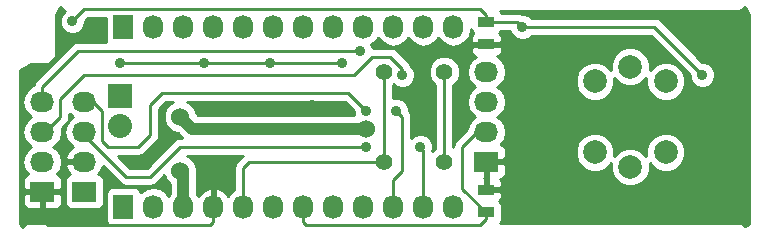
<source format=gbr>
G04 #@! TF.FileFunction,Copper,L2,Bot,Signal*
%FSLAX46Y46*%
G04 Gerber Fmt 4.6, Leading zero omitted, Abs format (unit mm)*
G04 Created by KiCad (PCBNEW (2014-10-31 BZR 5247)-product) date Sonntag, 14. Dezember 2014 16:47:01*
%MOMM*%
G01*
G04 APERTURE LIST*
%ADD10C,0.100000*%
%ADD11R,2.032000X2.032000*%
%ADD12O,2.032000X2.032000*%
%ADD13R,2.032000X1.727200*%
%ADD14O,2.032000X1.727200*%
%ADD15R,1.727200X2.032000*%
%ADD16O,1.727200X2.032000*%
%ADD17C,2.000000*%
%ADD18C,1.397000*%
%ADD19R,1.397000X0.889000*%
%ADD20C,0.889000*%
%ADD21C,1.524000*%
%ADD22C,0.254000*%
%ADD23C,1.016000*%
G04 APERTURE END LIST*
D10*
D11*
X138684000Y-143002000D03*
D12*
X138684000Y-145542000D03*
D13*
X135636000Y-151130000D03*
D14*
X135636000Y-148590000D03*
X135636000Y-146050000D03*
X135636000Y-143510000D03*
D13*
X132080000Y-151130000D03*
D14*
X132080000Y-148590000D03*
X132080000Y-146050000D03*
X132080000Y-143510000D03*
D15*
X138938000Y-152400000D03*
D16*
X141478000Y-152400000D03*
X144018000Y-152400000D03*
X146558000Y-152400000D03*
X149098000Y-152400000D03*
X151638000Y-152400000D03*
X154178000Y-152400000D03*
X156718000Y-152400000D03*
X159258000Y-152400000D03*
X161798000Y-152400000D03*
X164338000Y-152400000D03*
X166878000Y-152400000D03*
D15*
X138938000Y-137160000D03*
D16*
X141478000Y-137160000D03*
X144018000Y-137160000D03*
X146558000Y-137160000D03*
X149098000Y-137160000D03*
X151638000Y-137160000D03*
X154178000Y-137160000D03*
X156718000Y-137160000D03*
X159258000Y-137160000D03*
X161798000Y-137160000D03*
X164338000Y-137160000D03*
X166878000Y-137160000D03*
D17*
X181864000Y-149030000D03*
X181864000Y-140530000D03*
X184869000Y-147785000D03*
X178859000Y-147785000D03*
X178859000Y-141775000D03*
X184869000Y-141775000D03*
D18*
X161036000Y-140970000D03*
X166116000Y-140970000D03*
X161036000Y-148590000D03*
X166116000Y-148590000D03*
D13*
X169680000Y-148598000D03*
D14*
X169680000Y-146058000D03*
X169680000Y-143518000D03*
X169680000Y-140978000D03*
D19*
X169672000Y-138620500D03*
X169672000Y-136715500D03*
X169672000Y-150939500D03*
X169672000Y-152844500D03*
D20*
X154940000Y-143764000D03*
X167640000Y-139700000D03*
X157480000Y-144272000D03*
X141224000Y-148336000D03*
X146812000Y-149352000D03*
X146304000Y-144272000D03*
X157480000Y-140208000D03*
X151384000Y-140208000D03*
X145796000Y-140208000D03*
X138684000Y-140208000D03*
X134620000Y-136652000D03*
X172720000Y-137160000D03*
X187960000Y-141224000D03*
X159512000Y-147320000D03*
X164084000Y-147320000D03*
X162052000Y-144272000D03*
X159512000Y-144272000D03*
X162560000Y-141224000D03*
X159004000Y-139192000D03*
D21*
X143764000Y-149352000D03*
X143764000Y-144780000D03*
X159512000Y-145796000D03*
D22*
X169672000Y-138620500D02*
X168719500Y-138620500D01*
X167640000Y-139700000D02*
X168719500Y-138620500D01*
X155448000Y-144272000D02*
X157480000Y-144272000D01*
X155448000Y-144272000D02*
X154940000Y-143764000D01*
X146558000Y-152400000D02*
X146558000Y-153670000D01*
X132080000Y-153416000D02*
X132080000Y-151130000D01*
X132588000Y-153924000D02*
X132080000Y-153416000D01*
X146304000Y-153924000D02*
X132588000Y-153924000D01*
X146558000Y-153670000D02*
X146304000Y-153924000D01*
X170934000Y-148598000D02*
X171704000Y-147828000D01*
X171704000Y-147828000D02*
X171704000Y-139192000D01*
X171704000Y-139192000D02*
X171132500Y-138620500D01*
X171132500Y-138620500D02*
X169672000Y-138620500D01*
X169680000Y-148598000D02*
X170934000Y-148598000D01*
X151384000Y-140208000D02*
X157480000Y-140208000D01*
X145796000Y-140208000D02*
X151384000Y-140208000D01*
X138684000Y-140208000D02*
X145796000Y-140208000D01*
X169672000Y-136144000D02*
X169164000Y-135636000D01*
X169164000Y-135636000D02*
X135636000Y-135636000D01*
X135636000Y-135636000D02*
X134620000Y-136652000D01*
X169672000Y-136715500D02*
X169672000Y-136144000D01*
X172720000Y-137160000D02*
X183896000Y-137160000D01*
X172275500Y-136715500D02*
X169672000Y-136715500D01*
X172275500Y-136715500D02*
X172720000Y-137160000D01*
X187960000Y-141224000D02*
X183896000Y-137160000D01*
X135636000Y-146050000D02*
X135890000Y-146050000D01*
X139192000Y-149860000D02*
X141224000Y-149860000D01*
X141224000Y-149860000D02*
X143764000Y-147320000D01*
X143764000Y-147320000D02*
X159512000Y-147320000D01*
X164084000Y-147320000D02*
X164338000Y-147574000D01*
X164338000Y-147574000D02*
X164338000Y-152400000D01*
X135636000Y-146304000D02*
X139192000Y-149860000D01*
X135636000Y-146050000D02*
X135636000Y-146304000D01*
X159004000Y-143764000D02*
X159512000Y-144272000D01*
X161798000Y-152400000D02*
X161798000Y-150114000D01*
X162560000Y-149352000D02*
X161798000Y-150114000D01*
X162560000Y-144780000D02*
X162560000Y-149352000D01*
X162052000Y-144272000D02*
X162560000Y-144780000D01*
X157988000Y-142748000D02*
X159004000Y-143764000D01*
X142240000Y-142748000D02*
X157988000Y-142748000D01*
X141224000Y-143764000D02*
X142240000Y-142748000D01*
X141224000Y-146304000D02*
X141224000Y-143764000D01*
X140208000Y-147320000D02*
X141224000Y-146304000D01*
X137668000Y-147320000D02*
X140208000Y-147320000D01*
X137160000Y-146812000D02*
X137668000Y-147320000D01*
X137160000Y-144272000D02*
X137160000Y-146812000D01*
X136398000Y-143510000D02*
X137160000Y-144272000D01*
X135636000Y-143510000D02*
X136398000Y-143510000D01*
X132080000Y-146050000D02*
X132334000Y-146050000D01*
X133604000Y-144780000D02*
X133604000Y-143256000D01*
X132334000Y-146050000D02*
X133604000Y-144780000D01*
X161544000Y-139700000D02*
X162560000Y-140716000D01*
X160020000Y-139700000D02*
X161544000Y-139700000D01*
X158496000Y-141224000D02*
X160020000Y-139700000D01*
X141224000Y-141224000D02*
X158496000Y-141224000D01*
X135636000Y-141224000D02*
X141224000Y-141224000D01*
X133604000Y-143256000D02*
X135636000Y-141224000D01*
X162560000Y-141224000D02*
X162560000Y-140716000D01*
X132080000Y-143510000D02*
X132080000Y-142748000D01*
X132080000Y-143510000D02*
X132080000Y-142240000D01*
X135128000Y-139192000D02*
X159004000Y-139192000D01*
X132080000Y-142240000D02*
X135128000Y-139192000D01*
D23*
X144018000Y-149606000D02*
X143764000Y-149352000D01*
X143764000Y-144780000D02*
X144780000Y-145796000D01*
X144780000Y-145796000D02*
X159512000Y-145796000D01*
X144018000Y-152400000D02*
X144018000Y-149606000D01*
D22*
X161036000Y-148590000D02*
X161036000Y-140970000D01*
X155702000Y-148590000D02*
X161036000Y-148590000D01*
X149098000Y-149098000D02*
X149606000Y-148590000D01*
X149606000Y-148590000D02*
X161036000Y-148590000D01*
X149098000Y-152400000D02*
X149098000Y-149098000D01*
X169672000Y-153416000D02*
X169672000Y-152844500D01*
X168902000Y-146058000D02*
X169680000Y-146058000D01*
X167640000Y-150876000D02*
X167640000Y-147320000D01*
X167640000Y-147320000D02*
X168902000Y-146058000D01*
X169608500Y-152844500D02*
X167640000Y-150876000D01*
X169672000Y-152844500D02*
X169608500Y-152844500D01*
X154178000Y-153670000D02*
X154432000Y-153924000D01*
X154432000Y-153924000D02*
X169164000Y-153924000D01*
X154178000Y-152400000D02*
X154178000Y-153670000D01*
X169672000Y-153416000D02*
X169164000Y-153924000D01*
X169672000Y-152844500D02*
X169672000Y-153416000D01*
X166116000Y-140970000D02*
X166116000Y-148590000D01*
G36*
X142875000Y-151280297D02*
X142748000Y-151470365D01*
X142537670Y-151155585D01*
X142051489Y-150830729D01*
X141478000Y-150716655D01*
X140904511Y-150830729D01*
X140418330Y-151155585D01*
X140403499Y-151177780D01*
X140339927Y-151024302D01*
X140161299Y-150845673D01*
X139927910Y-150749000D01*
X139675291Y-150749000D01*
X137948091Y-150749000D01*
X137714702Y-150845673D01*
X137536073Y-151024301D01*
X137439400Y-151257690D01*
X137439400Y-151510309D01*
X137439400Y-153542309D01*
X137524185Y-153747000D01*
X133731000Y-153747000D01*
X133731000Y-152119909D01*
X133731000Y-151415750D01*
X133572250Y-151257000D01*
X132207000Y-151257000D01*
X132207000Y-152469850D01*
X132365750Y-152628600D01*
X132969691Y-152628600D01*
X133222310Y-152628600D01*
X133455699Y-152531927D01*
X133634327Y-152353298D01*
X133731000Y-152119909D01*
X133731000Y-153747000D01*
X131953000Y-153747000D01*
X131953000Y-152469850D01*
X131953000Y-151257000D01*
X130587750Y-151257000D01*
X130429000Y-151415750D01*
X130429000Y-152119909D01*
X130525673Y-152353298D01*
X130704301Y-152531927D01*
X130937690Y-152628600D01*
X131190309Y-152628600D01*
X131794250Y-152628600D01*
X131953000Y-152469850D01*
X131953000Y-153747000D01*
X131000000Y-153747000D01*
X130737862Y-153799143D01*
X130515632Y-153947632D01*
X130409730Y-154106125D01*
X130175000Y-153871395D01*
X130175000Y-140794490D01*
X131093981Y-140335000D01*
X132640605Y-140335000D01*
X133223000Y-139752605D01*
X133223000Y-136173981D01*
X133556805Y-135506368D01*
X133627632Y-135612368D01*
X133849862Y-135760857D01*
X133962314Y-135783225D01*
X133705378Y-136039714D01*
X133540687Y-136436332D01*
X133540313Y-136865784D01*
X133704311Y-137262689D01*
X134007714Y-137566622D01*
X134404332Y-137731313D01*
X134833784Y-137731687D01*
X135230689Y-137567689D01*
X135534622Y-137264286D01*
X135699313Y-136867668D01*
X135699502Y-136650127D01*
X135951630Y-136398000D01*
X137439400Y-136398000D01*
X137439400Y-138302309D01*
X137492291Y-138430000D01*
X135128000Y-138430000D01*
X134836395Y-138488004D01*
X134589185Y-138653185D01*
X131541185Y-141701185D01*
X131376004Y-141948395D01*
X131341564Y-142121535D01*
X131321766Y-142125474D01*
X130835585Y-142450330D01*
X130510729Y-142936511D01*
X130396655Y-143510000D01*
X130510729Y-144083489D01*
X130835585Y-144569670D01*
X131150365Y-144780000D01*
X130835585Y-144990330D01*
X130510729Y-145476511D01*
X130396655Y-146050000D01*
X130510729Y-146623489D01*
X130835585Y-147109670D01*
X131150365Y-147320000D01*
X130835585Y-147530330D01*
X130510729Y-148016511D01*
X130396655Y-148590000D01*
X130510729Y-149163489D01*
X130835585Y-149649670D01*
X130857779Y-149664499D01*
X130704301Y-149728073D01*
X130525673Y-149906702D01*
X130429000Y-150140091D01*
X130429000Y-150844250D01*
X130587750Y-151003000D01*
X131953000Y-151003000D01*
X131953000Y-150983000D01*
X132207000Y-150983000D01*
X132207000Y-151003000D01*
X133572250Y-151003000D01*
X133731000Y-150844250D01*
X133731000Y-150140091D01*
X133634327Y-149906702D01*
X133455699Y-149728073D01*
X133302220Y-149664499D01*
X133324415Y-149649670D01*
X133649271Y-149163489D01*
X133763345Y-148590000D01*
X133649271Y-148016511D01*
X133324415Y-147530330D01*
X133009634Y-147320000D01*
X133324415Y-147109670D01*
X133649271Y-146623489D01*
X133763345Y-146050000D01*
X133704991Y-145756638D01*
X134142815Y-145318816D01*
X134142815Y-145318815D01*
X134307996Y-145071605D01*
X134365999Y-144780000D01*
X134366000Y-144780000D01*
X134366000Y-144531379D01*
X134391585Y-144569670D01*
X134706365Y-144780000D01*
X134391585Y-144990330D01*
X134066729Y-145476511D01*
X133952655Y-146050000D01*
X134066729Y-146623489D01*
X134391585Y-147109670D01*
X134701069Y-147316460D01*
X134285268Y-147687964D01*
X134031291Y-148215209D01*
X134028642Y-148230974D01*
X134149783Y-148463000D01*
X135509000Y-148463000D01*
X135509000Y-148443000D01*
X135763000Y-148443000D01*
X135763000Y-148463000D01*
X135783000Y-148463000D01*
X135783000Y-148717000D01*
X135763000Y-148717000D01*
X135763000Y-148737000D01*
X135509000Y-148737000D01*
X135509000Y-148717000D01*
X134149783Y-148717000D01*
X134028642Y-148949026D01*
X134031291Y-148964791D01*
X134285268Y-149492036D01*
X134457860Y-149646241D01*
X134260302Y-149728073D01*
X134081673Y-149906701D01*
X133985000Y-150140090D01*
X133985000Y-150392709D01*
X133985000Y-152119909D01*
X134081673Y-152353298D01*
X134260301Y-152531927D01*
X134493690Y-152628600D01*
X134746309Y-152628600D01*
X136778309Y-152628600D01*
X137011698Y-152531927D01*
X137190327Y-152353299D01*
X137287000Y-152119910D01*
X137287000Y-151867291D01*
X137287000Y-150140091D01*
X137190327Y-149906702D01*
X137011699Y-149728073D01*
X136814139Y-149646241D01*
X136986732Y-149492036D01*
X137233703Y-148979334D01*
X138653184Y-150398815D01*
X138653185Y-150398815D01*
X138900395Y-150563996D01*
X139192000Y-150622000D01*
X141224000Y-150622000D01*
X141224000Y-150621999D01*
X141515604Y-150563996D01*
X141515605Y-150563996D01*
X141762815Y-150398815D01*
X142415355Y-149746275D01*
X142578990Y-150142303D01*
X142875000Y-150438830D01*
X142875000Y-151280297D01*
X142875000Y-151280297D01*
G37*
X142875000Y-151280297D02*
X142748000Y-151470365D01*
X142537670Y-151155585D01*
X142051489Y-150830729D01*
X141478000Y-150716655D01*
X140904511Y-150830729D01*
X140418330Y-151155585D01*
X140403499Y-151177780D01*
X140339927Y-151024302D01*
X140161299Y-150845673D01*
X139927910Y-150749000D01*
X139675291Y-150749000D01*
X137948091Y-150749000D01*
X137714702Y-150845673D01*
X137536073Y-151024301D01*
X137439400Y-151257690D01*
X137439400Y-151510309D01*
X137439400Y-153542309D01*
X137524185Y-153747000D01*
X133731000Y-153747000D01*
X133731000Y-152119909D01*
X133731000Y-151415750D01*
X133572250Y-151257000D01*
X132207000Y-151257000D01*
X132207000Y-152469850D01*
X132365750Y-152628600D01*
X132969691Y-152628600D01*
X133222310Y-152628600D01*
X133455699Y-152531927D01*
X133634327Y-152353298D01*
X133731000Y-152119909D01*
X133731000Y-153747000D01*
X131953000Y-153747000D01*
X131953000Y-152469850D01*
X131953000Y-151257000D01*
X130587750Y-151257000D01*
X130429000Y-151415750D01*
X130429000Y-152119909D01*
X130525673Y-152353298D01*
X130704301Y-152531927D01*
X130937690Y-152628600D01*
X131190309Y-152628600D01*
X131794250Y-152628600D01*
X131953000Y-152469850D01*
X131953000Y-153747000D01*
X131000000Y-153747000D01*
X130737862Y-153799143D01*
X130515632Y-153947632D01*
X130409730Y-154106125D01*
X130175000Y-153871395D01*
X130175000Y-140794490D01*
X131093981Y-140335000D01*
X132640605Y-140335000D01*
X133223000Y-139752605D01*
X133223000Y-136173981D01*
X133556805Y-135506368D01*
X133627632Y-135612368D01*
X133849862Y-135760857D01*
X133962314Y-135783225D01*
X133705378Y-136039714D01*
X133540687Y-136436332D01*
X133540313Y-136865784D01*
X133704311Y-137262689D01*
X134007714Y-137566622D01*
X134404332Y-137731313D01*
X134833784Y-137731687D01*
X135230689Y-137567689D01*
X135534622Y-137264286D01*
X135699313Y-136867668D01*
X135699502Y-136650127D01*
X135951630Y-136398000D01*
X137439400Y-136398000D01*
X137439400Y-138302309D01*
X137492291Y-138430000D01*
X135128000Y-138430000D01*
X134836395Y-138488004D01*
X134589185Y-138653185D01*
X131541185Y-141701185D01*
X131376004Y-141948395D01*
X131341564Y-142121535D01*
X131321766Y-142125474D01*
X130835585Y-142450330D01*
X130510729Y-142936511D01*
X130396655Y-143510000D01*
X130510729Y-144083489D01*
X130835585Y-144569670D01*
X131150365Y-144780000D01*
X130835585Y-144990330D01*
X130510729Y-145476511D01*
X130396655Y-146050000D01*
X130510729Y-146623489D01*
X130835585Y-147109670D01*
X131150365Y-147320000D01*
X130835585Y-147530330D01*
X130510729Y-148016511D01*
X130396655Y-148590000D01*
X130510729Y-149163489D01*
X130835585Y-149649670D01*
X130857779Y-149664499D01*
X130704301Y-149728073D01*
X130525673Y-149906702D01*
X130429000Y-150140091D01*
X130429000Y-150844250D01*
X130587750Y-151003000D01*
X131953000Y-151003000D01*
X131953000Y-150983000D01*
X132207000Y-150983000D01*
X132207000Y-151003000D01*
X133572250Y-151003000D01*
X133731000Y-150844250D01*
X133731000Y-150140091D01*
X133634327Y-149906702D01*
X133455699Y-149728073D01*
X133302220Y-149664499D01*
X133324415Y-149649670D01*
X133649271Y-149163489D01*
X133763345Y-148590000D01*
X133649271Y-148016511D01*
X133324415Y-147530330D01*
X133009634Y-147320000D01*
X133324415Y-147109670D01*
X133649271Y-146623489D01*
X133763345Y-146050000D01*
X133704991Y-145756638D01*
X134142815Y-145318816D01*
X134142815Y-145318815D01*
X134307996Y-145071605D01*
X134365999Y-144780000D01*
X134366000Y-144780000D01*
X134366000Y-144531379D01*
X134391585Y-144569670D01*
X134706365Y-144780000D01*
X134391585Y-144990330D01*
X134066729Y-145476511D01*
X133952655Y-146050000D01*
X134066729Y-146623489D01*
X134391585Y-147109670D01*
X134701069Y-147316460D01*
X134285268Y-147687964D01*
X134031291Y-148215209D01*
X134028642Y-148230974D01*
X134149783Y-148463000D01*
X135509000Y-148463000D01*
X135509000Y-148443000D01*
X135763000Y-148443000D01*
X135763000Y-148463000D01*
X135783000Y-148463000D01*
X135783000Y-148717000D01*
X135763000Y-148717000D01*
X135763000Y-148737000D01*
X135509000Y-148737000D01*
X135509000Y-148717000D01*
X134149783Y-148717000D01*
X134028642Y-148949026D01*
X134031291Y-148964791D01*
X134285268Y-149492036D01*
X134457860Y-149646241D01*
X134260302Y-149728073D01*
X134081673Y-149906701D01*
X133985000Y-150140090D01*
X133985000Y-150392709D01*
X133985000Y-152119909D01*
X134081673Y-152353298D01*
X134260301Y-152531927D01*
X134493690Y-152628600D01*
X134746309Y-152628600D01*
X136778309Y-152628600D01*
X137011698Y-152531927D01*
X137190327Y-152353299D01*
X137287000Y-152119910D01*
X137287000Y-151867291D01*
X137287000Y-150140091D01*
X137190327Y-149906702D01*
X137011699Y-149728073D01*
X136814139Y-149646241D01*
X136986732Y-149492036D01*
X137233703Y-148979334D01*
X138653184Y-150398815D01*
X138653185Y-150398815D01*
X138900395Y-150563996D01*
X139192000Y-150622000D01*
X141224000Y-150622000D01*
X141224000Y-150621999D01*
X141515604Y-150563996D01*
X141515605Y-150563996D01*
X141762815Y-150398815D01*
X142415355Y-149746275D01*
X142578990Y-150142303D01*
X142875000Y-150438830D01*
X142875000Y-151280297D01*
G36*
X143925554Y-146558000D02*
X143764000Y-146558000D01*
X143472395Y-146616004D01*
X143225184Y-146781185D01*
X140908369Y-149098000D01*
X139507630Y-149098000D01*
X138491630Y-148082000D01*
X140208000Y-148082000D01*
X140208000Y-148081999D01*
X140499604Y-148023996D01*
X140499605Y-148023996D01*
X140746815Y-147858815D01*
X141762815Y-146842815D01*
X141927996Y-146595605D01*
X141927996Y-146595604D01*
X141985999Y-146304000D01*
X141986000Y-146304000D01*
X141986000Y-144079630D01*
X142555630Y-143510000D01*
X143179389Y-143510000D01*
X142973697Y-143594990D01*
X142580371Y-143987630D01*
X142367243Y-144500900D01*
X142366758Y-145056661D01*
X142578990Y-145570303D01*
X142971630Y-145963629D01*
X143484900Y-146176757D01*
X143544362Y-146176808D01*
X143925554Y-146558000D01*
X143925554Y-146558000D01*
G37*
X143925554Y-146558000D02*
X143764000Y-146558000D01*
X143472395Y-146616004D01*
X143225184Y-146781185D01*
X140908369Y-149098000D01*
X139507630Y-149098000D01*
X138491630Y-148082000D01*
X140208000Y-148082000D01*
X140208000Y-148081999D01*
X140499604Y-148023996D01*
X140499605Y-148023996D01*
X140746815Y-147858815D01*
X141762815Y-146842815D01*
X141927996Y-146595605D01*
X141927996Y-146595604D01*
X141985999Y-146304000D01*
X141986000Y-146304000D01*
X141986000Y-144079630D01*
X142555630Y-143510000D01*
X143179389Y-143510000D01*
X142973697Y-143594990D01*
X142580371Y-143987630D01*
X142367243Y-144500900D01*
X142366758Y-145056661D01*
X142578990Y-145570303D01*
X142971630Y-145963629D01*
X143484900Y-146176757D01*
X143544362Y-146176808D01*
X143925554Y-146558000D01*
G36*
X149036369Y-148082000D02*
X148559185Y-148559185D01*
X148394004Y-148806395D01*
X148336000Y-149098000D01*
X148336000Y-150956688D01*
X148038330Y-151155585D01*
X147831539Y-151465069D01*
X147460036Y-151049268D01*
X146932791Y-150795291D01*
X146917026Y-150792642D01*
X146685000Y-150913783D01*
X146685000Y-152273000D01*
X146705000Y-152273000D01*
X146705000Y-152527000D01*
X146685000Y-152527000D01*
X146685000Y-152547000D01*
X146431000Y-152547000D01*
X146431000Y-152527000D01*
X146411000Y-152527000D01*
X146411000Y-152273000D01*
X146431000Y-152273000D01*
X146431000Y-150913783D01*
X146198974Y-150792642D01*
X146183209Y-150795291D01*
X145655964Y-151049268D01*
X145284460Y-151465069D01*
X145161000Y-151280297D01*
X145161000Y-149606000D01*
X145160779Y-149604893D01*
X145161242Y-149075339D01*
X144949010Y-148561697D01*
X144556370Y-148168371D01*
X144348365Y-148082000D01*
X149036369Y-148082000D01*
X149036369Y-148082000D01*
G37*
X149036369Y-148082000D02*
X148559185Y-148559185D01*
X148394004Y-148806395D01*
X148336000Y-149098000D01*
X148336000Y-150956688D01*
X148038330Y-151155585D01*
X147831539Y-151465069D01*
X147460036Y-151049268D01*
X146932791Y-150795291D01*
X146917026Y-150792642D01*
X146685000Y-150913783D01*
X146685000Y-152273000D01*
X146705000Y-152273000D01*
X146705000Y-152527000D01*
X146685000Y-152527000D01*
X146685000Y-152547000D01*
X146431000Y-152547000D01*
X146431000Y-152527000D01*
X146411000Y-152527000D01*
X146411000Y-152273000D01*
X146431000Y-152273000D01*
X146431000Y-150913783D01*
X146198974Y-150792642D01*
X146183209Y-150795291D01*
X145655964Y-151049268D01*
X145284460Y-151465069D01*
X145161000Y-151280297D01*
X145161000Y-149606000D01*
X145160779Y-149604893D01*
X145161242Y-149075339D01*
X144949010Y-148561697D01*
X144556370Y-148168371D01*
X144348365Y-148082000D01*
X149036369Y-148082000D01*
G36*
X158501405Y-144653000D02*
X145253446Y-144653000D01*
X145161191Y-144560745D01*
X145161242Y-144503339D01*
X144949010Y-143989697D01*
X144556370Y-143596371D01*
X144348365Y-143510000D01*
X157672370Y-143510000D01*
X158432500Y-144270130D01*
X158432313Y-144485784D01*
X158501405Y-144653000D01*
X158501405Y-144653000D01*
G37*
X158501405Y-144653000D02*
X145253446Y-144653000D01*
X145161191Y-144560745D01*
X145161242Y-144503339D01*
X144949010Y-143989697D01*
X144556370Y-143596371D01*
X144348365Y-143510000D01*
X157672370Y-143510000D01*
X158432500Y-144270130D01*
X158432313Y-144485784D01*
X158501405Y-144653000D01*
G36*
X191897000Y-153845510D02*
X191536553Y-154025733D01*
X191484368Y-153947632D01*
X191262138Y-153799143D01*
X191000000Y-153747000D01*
X186504284Y-153747000D01*
X186504284Y-147461205D01*
X186504284Y-141451205D01*
X186255894Y-140850057D01*
X185796363Y-140389722D01*
X185195648Y-140140284D01*
X184545205Y-140139716D01*
X183944057Y-140388106D01*
X183498736Y-140832648D01*
X183499284Y-140206205D01*
X183250894Y-139605057D01*
X182791363Y-139144722D01*
X182190648Y-138895284D01*
X181540205Y-138894716D01*
X180939057Y-139143106D01*
X180478722Y-139602637D01*
X180229284Y-140203352D01*
X180228734Y-140832867D01*
X179786363Y-140389722D01*
X179185648Y-140140284D01*
X178535205Y-140139716D01*
X177934057Y-140388106D01*
X177473722Y-140847637D01*
X177224284Y-141448352D01*
X177223716Y-142098795D01*
X177472106Y-142699943D01*
X177931637Y-143160278D01*
X178532352Y-143409716D01*
X179182795Y-143410284D01*
X179783943Y-143161894D01*
X180244278Y-142702363D01*
X180493716Y-142101648D01*
X180494265Y-141472132D01*
X180936637Y-141915278D01*
X181537352Y-142164716D01*
X182187795Y-142165284D01*
X182788943Y-141916894D01*
X183234263Y-141472351D01*
X183233716Y-142098795D01*
X183482106Y-142699943D01*
X183941637Y-143160278D01*
X184542352Y-143409716D01*
X185192795Y-143410284D01*
X185793943Y-143161894D01*
X186254278Y-142702363D01*
X186503716Y-142101648D01*
X186504284Y-141451205D01*
X186504284Y-147461205D01*
X186255894Y-146860057D01*
X185796363Y-146399722D01*
X185195648Y-146150284D01*
X184545205Y-146149716D01*
X183944057Y-146398106D01*
X183483722Y-146857637D01*
X183234284Y-147458352D01*
X183233734Y-148087867D01*
X182791363Y-147644722D01*
X182190648Y-147395284D01*
X181540205Y-147394716D01*
X180939057Y-147643106D01*
X180493736Y-148087648D01*
X180494284Y-147461205D01*
X180245894Y-146860057D01*
X179786363Y-146399722D01*
X179185648Y-146150284D01*
X178535205Y-146149716D01*
X177934057Y-146398106D01*
X177473722Y-146857637D01*
X177224284Y-147458352D01*
X177223716Y-148108795D01*
X177472106Y-148709943D01*
X177931637Y-149170278D01*
X178532352Y-149419716D01*
X179182795Y-149420284D01*
X179783943Y-149171894D01*
X180229263Y-148727351D01*
X180228716Y-149353795D01*
X180477106Y-149954943D01*
X180936637Y-150415278D01*
X181537352Y-150664716D01*
X182187795Y-150665284D01*
X182788943Y-150416894D01*
X183249278Y-149957363D01*
X183498716Y-149356648D01*
X183499265Y-148727132D01*
X183941637Y-149170278D01*
X184542352Y-149419716D01*
X185192795Y-149420284D01*
X185793943Y-149171894D01*
X186254278Y-148712363D01*
X186503716Y-148111648D01*
X186504284Y-147461205D01*
X186504284Y-153747000D01*
X171331000Y-153747000D01*
X171331000Y-149587909D01*
X171331000Y-148883750D01*
X171172250Y-148725000D01*
X169807000Y-148725000D01*
X169807000Y-149937850D01*
X169843450Y-149974300D01*
X169799000Y-150018750D01*
X169799000Y-150812500D01*
X170846750Y-150812500D01*
X171005500Y-150653750D01*
X171005500Y-150368691D01*
X170908827Y-150135302D01*
X170856120Y-150082595D01*
X171055699Y-149999927D01*
X171234327Y-149821298D01*
X171331000Y-149587909D01*
X171331000Y-153747000D01*
X170810525Y-153747000D01*
X170908827Y-153648699D01*
X171005500Y-153415310D01*
X171005500Y-153162691D01*
X171005500Y-152273691D01*
X170908827Y-152040302D01*
X170760525Y-151892000D01*
X170908827Y-151743698D01*
X171005500Y-151510309D01*
X171005500Y-151225250D01*
X170846750Y-151066500D01*
X169799000Y-151066500D01*
X169799000Y-151086500D01*
X169545000Y-151086500D01*
X169545000Y-151066500D01*
X169525000Y-151066500D01*
X169525000Y-150812500D01*
X169545000Y-150812500D01*
X169545000Y-150018750D01*
X169508550Y-149982300D01*
X169553000Y-149937850D01*
X169553000Y-148725000D01*
X169533000Y-148725000D01*
X169533000Y-148471000D01*
X169553000Y-148471000D01*
X169553000Y-148451000D01*
X169807000Y-148451000D01*
X169807000Y-148471000D01*
X171172250Y-148471000D01*
X171331000Y-148312250D01*
X171331000Y-147608091D01*
X171234327Y-147374702D01*
X171055699Y-147196073D01*
X170902220Y-147132499D01*
X170924415Y-147117670D01*
X171249271Y-146631489D01*
X171363345Y-146058000D01*
X171249271Y-145484511D01*
X170924415Y-144998330D01*
X170609634Y-144788000D01*
X170924415Y-144577670D01*
X171249271Y-144091489D01*
X171363345Y-143518000D01*
X171249271Y-142944511D01*
X170924415Y-142458330D01*
X170609634Y-142248000D01*
X170924415Y-142037670D01*
X171249271Y-141551489D01*
X171363345Y-140978000D01*
X171249271Y-140404511D01*
X170924415Y-139918330D01*
X170559067Y-139674212D01*
X170730199Y-139603327D01*
X170908827Y-139424698D01*
X171005500Y-139191309D01*
X171005500Y-138906250D01*
X170846750Y-138747500D01*
X169799000Y-138747500D01*
X169799000Y-138767500D01*
X169545000Y-138767500D01*
X169545000Y-138747500D01*
X168497250Y-138747500D01*
X168338500Y-138906250D01*
X168338500Y-139191309D01*
X168435173Y-139424698D01*
X168613801Y-139603327D01*
X168794809Y-139678303D01*
X168435585Y-139918330D01*
X168110729Y-140404511D01*
X167996655Y-140978000D01*
X168110729Y-141551489D01*
X168435585Y-142037670D01*
X168750365Y-142248000D01*
X168435585Y-142458330D01*
X168110729Y-142944511D01*
X167996655Y-143518000D01*
X168110729Y-144091489D01*
X168435585Y-144577670D01*
X168750365Y-144788000D01*
X168435585Y-144998330D01*
X168110729Y-145484511D01*
X168039434Y-145842935D01*
X167101185Y-146781185D01*
X166936004Y-147028395D01*
X166878000Y-147320000D01*
X166878000Y-142093539D01*
X167245827Y-141726353D01*
X167449268Y-141236413D01*
X167449731Y-140705914D01*
X167247146Y-140215620D01*
X166872353Y-139840173D01*
X166382413Y-139636732D01*
X165851914Y-139636269D01*
X165361620Y-139838854D01*
X164986173Y-140213647D01*
X164782732Y-140703587D01*
X164782269Y-141234086D01*
X164984854Y-141724380D01*
X165354000Y-142094170D01*
X165354000Y-147466460D01*
X165100000Y-147720018D01*
X165100000Y-147688141D01*
X165163313Y-147535668D01*
X165163687Y-147106216D01*
X164999689Y-146709311D01*
X164696286Y-146405378D01*
X164299668Y-146240687D01*
X163870216Y-146240313D01*
X163473311Y-146404311D01*
X163322000Y-146555358D01*
X163322000Y-144780000D01*
X163263996Y-144488395D01*
X163131485Y-144290079D01*
X163131485Y-144290078D01*
X163131687Y-144058216D01*
X162967689Y-143661311D01*
X162664286Y-143357378D01*
X162267668Y-143192687D01*
X161838216Y-143192313D01*
X161798000Y-143208929D01*
X161798000Y-142093539D01*
X161850446Y-142041184D01*
X161947714Y-142138622D01*
X162344332Y-142303313D01*
X162773784Y-142303687D01*
X163170689Y-142139689D01*
X163474622Y-141836286D01*
X163639313Y-141439668D01*
X163639687Y-141010216D01*
X163475689Y-140613311D01*
X163217220Y-140354391D01*
X163217219Y-140354390D01*
X163098815Y-140177185D01*
X162082815Y-139161185D01*
X161835605Y-138996004D01*
X161544000Y-138938000D01*
X160067070Y-138938000D01*
X159948515Y-138651076D01*
X160317670Y-138404415D01*
X160528000Y-138089634D01*
X160738330Y-138404415D01*
X161224511Y-138729271D01*
X161798000Y-138843345D01*
X162371489Y-138729271D01*
X162857670Y-138404415D01*
X163068000Y-138089634D01*
X163278330Y-138404415D01*
X163764511Y-138729271D01*
X164338000Y-138843345D01*
X164911489Y-138729271D01*
X165397670Y-138404415D01*
X165608000Y-138089634D01*
X165818330Y-138404415D01*
X166304511Y-138729271D01*
X166878000Y-138843345D01*
X167451489Y-138729271D01*
X167937670Y-138404415D01*
X168262526Y-137918234D01*
X168372092Y-137367407D01*
X168435173Y-137519698D01*
X168583474Y-137668000D01*
X168435173Y-137816302D01*
X168338500Y-138049691D01*
X168338500Y-138334750D01*
X168497250Y-138493500D01*
X169545000Y-138493500D01*
X169545000Y-138473500D01*
X169799000Y-138473500D01*
X169799000Y-138493500D01*
X170846750Y-138493500D01*
X171005500Y-138334750D01*
X171005500Y-138049691D01*
X170908827Y-137816302D01*
X170760525Y-137667999D01*
X170908827Y-137519699D01*
X170926306Y-137477500D01*
X171683167Y-137477500D01*
X171804311Y-137770689D01*
X172107714Y-138074622D01*
X172504332Y-138239313D01*
X172933784Y-138239687D01*
X173330689Y-138075689D01*
X173484646Y-137922000D01*
X183580370Y-137922000D01*
X186880500Y-141222130D01*
X186880313Y-141437784D01*
X187044311Y-141834689D01*
X187347714Y-142138622D01*
X187744332Y-142303313D01*
X188173784Y-142303687D01*
X188570689Y-142139689D01*
X188874622Y-141836286D01*
X189039313Y-141439668D01*
X189039687Y-141010216D01*
X188875689Y-140613311D01*
X188572286Y-140309378D01*
X188175668Y-140144687D01*
X187958127Y-140144497D01*
X184434815Y-136621185D01*
X184187605Y-136456004D01*
X183896000Y-136398000D01*
X173484641Y-136398000D01*
X173332286Y-136245378D01*
X172935668Y-136080687D01*
X172670298Y-136080455D01*
X172670297Y-136080455D01*
X172567105Y-136011504D01*
X172275500Y-135953500D01*
X170926306Y-135953500D01*
X170908827Y-135911302D01*
X170810525Y-135813000D01*
X191000000Y-135813000D01*
X191262138Y-135760857D01*
X191484368Y-135612368D01*
X191559770Y-135499520D01*
X191897000Y-136173981D01*
X191897000Y-153845510D01*
X191897000Y-153845510D01*
G37*
X191897000Y-153845510D02*
X191536553Y-154025733D01*
X191484368Y-153947632D01*
X191262138Y-153799143D01*
X191000000Y-153747000D01*
X186504284Y-153747000D01*
X186504284Y-147461205D01*
X186504284Y-141451205D01*
X186255894Y-140850057D01*
X185796363Y-140389722D01*
X185195648Y-140140284D01*
X184545205Y-140139716D01*
X183944057Y-140388106D01*
X183498736Y-140832648D01*
X183499284Y-140206205D01*
X183250894Y-139605057D01*
X182791363Y-139144722D01*
X182190648Y-138895284D01*
X181540205Y-138894716D01*
X180939057Y-139143106D01*
X180478722Y-139602637D01*
X180229284Y-140203352D01*
X180228734Y-140832867D01*
X179786363Y-140389722D01*
X179185648Y-140140284D01*
X178535205Y-140139716D01*
X177934057Y-140388106D01*
X177473722Y-140847637D01*
X177224284Y-141448352D01*
X177223716Y-142098795D01*
X177472106Y-142699943D01*
X177931637Y-143160278D01*
X178532352Y-143409716D01*
X179182795Y-143410284D01*
X179783943Y-143161894D01*
X180244278Y-142702363D01*
X180493716Y-142101648D01*
X180494265Y-141472132D01*
X180936637Y-141915278D01*
X181537352Y-142164716D01*
X182187795Y-142165284D01*
X182788943Y-141916894D01*
X183234263Y-141472351D01*
X183233716Y-142098795D01*
X183482106Y-142699943D01*
X183941637Y-143160278D01*
X184542352Y-143409716D01*
X185192795Y-143410284D01*
X185793943Y-143161894D01*
X186254278Y-142702363D01*
X186503716Y-142101648D01*
X186504284Y-141451205D01*
X186504284Y-147461205D01*
X186255894Y-146860057D01*
X185796363Y-146399722D01*
X185195648Y-146150284D01*
X184545205Y-146149716D01*
X183944057Y-146398106D01*
X183483722Y-146857637D01*
X183234284Y-147458352D01*
X183233734Y-148087867D01*
X182791363Y-147644722D01*
X182190648Y-147395284D01*
X181540205Y-147394716D01*
X180939057Y-147643106D01*
X180493736Y-148087648D01*
X180494284Y-147461205D01*
X180245894Y-146860057D01*
X179786363Y-146399722D01*
X179185648Y-146150284D01*
X178535205Y-146149716D01*
X177934057Y-146398106D01*
X177473722Y-146857637D01*
X177224284Y-147458352D01*
X177223716Y-148108795D01*
X177472106Y-148709943D01*
X177931637Y-149170278D01*
X178532352Y-149419716D01*
X179182795Y-149420284D01*
X179783943Y-149171894D01*
X180229263Y-148727351D01*
X180228716Y-149353795D01*
X180477106Y-149954943D01*
X180936637Y-150415278D01*
X181537352Y-150664716D01*
X182187795Y-150665284D01*
X182788943Y-150416894D01*
X183249278Y-149957363D01*
X183498716Y-149356648D01*
X183499265Y-148727132D01*
X183941637Y-149170278D01*
X184542352Y-149419716D01*
X185192795Y-149420284D01*
X185793943Y-149171894D01*
X186254278Y-148712363D01*
X186503716Y-148111648D01*
X186504284Y-147461205D01*
X186504284Y-153747000D01*
X171331000Y-153747000D01*
X171331000Y-149587909D01*
X171331000Y-148883750D01*
X171172250Y-148725000D01*
X169807000Y-148725000D01*
X169807000Y-149937850D01*
X169843450Y-149974300D01*
X169799000Y-150018750D01*
X169799000Y-150812500D01*
X170846750Y-150812500D01*
X171005500Y-150653750D01*
X171005500Y-150368691D01*
X170908827Y-150135302D01*
X170856120Y-150082595D01*
X171055699Y-149999927D01*
X171234327Y-149821298D01*
X171331000Y-149587909D01*
X171331000Y-153747000D01*
X170810525Y-153747000D01*
X170908827Y-153648699D01*
X171005500Y-153415310D01*
X171005500Y-153162691D01*
X171005500Y-152273691D01*
X170908827Y-152040302D01*
X170760525Y-151892000D01*
X170908827Y-151743698D01*
X171005500Y-151510309D01*
X171005500Y-151225250D01*
X170846750Y-151066500D01*
X169799000Y-151066500D01*
X169799000Y-151086500D01*
X169545000Y-151086500D01*
X169545000Y-151066500D01*
X169525000Y-151066500D01*
X169525000Y-150812500D01*
X169545000Y-150812500D01*
X169545000Y-150018750D01*
X169508550Y-149982300D01*
X169553000Y-149937850D01*
X169553000Y-148725000D01*
X169533000Y-148725000D01*
X169533000Y-148471000D01*
X169553000Y-148471000D01*
X169553000Y-148451000D01*
X169807000Y-148451000D01*
X169807000Y-148471000D01*
X171172250Y-148471000D01*
X171331000Y-148312250D01*
X171331000Y-147608091D01*
X171234327Y-147374702D01*
X171055699Y-147196073D01*
X170902220Y-147132499D01*
X170924415Y-147117670D01*
X171249271Y-146631489D01*
X171363345Y-146058000D01*
X171249271Y-145484511D01*
X170924415Y-144998330D01*
X170609634Y-144788000D01*
X170924415Y-144577670D01*
X171249271Y-144091489D01*
X171363345Y-143518000D01*
X171249271Y-142944511D01*
X170924415Y-142458330D01*
X170609634Y-142248000D01*
X170924415Y-142037670D01*
X171249271Y-141551489D01*
X171363345Y-140978000D01*
X171249271Y-140404511D01*
X170924415Y-139918330D01*
X170559067Y-139674212D01*
X170730199Y-139603327D01*
X170908827Y-139424698D01*
X171005500Y-139191309D01*
X171005500Y-138906250D01*
X170846750Y-138747500D01*
X169799000Y-138747500D01*
X169799000Y-138767500D01*
X169545000Y-138767500D01*
X169545000Y-138747500D01*
X168497250Y-138747500D01*
X168338500Y-138906250D01*
X168338500Y-139191309D01*
X168435173Y-139424698D01*
X168613801Y-139603327D01*
X168794809Y-139678303D01*
X168435585Y-139918330D01*
X168110729Y-140404511D01*
X167996655Y-140978000D01*
X168110729Y-141551489D01*
X168435585Y-142037670D01*
X168750365Y-142248000D01*
X168435585Y-142458330D01*
X168110729Y-142944511D01*
X167996655Y-143518000D01*
X168110729Y-144091489D01*
X168435585Y-144577670D01*
X168750365Y-144788000D01*
X168435585Y-144998330D01*
X168110729Y-145484511D01*
X168039434Y-145842935D01*
X167101185Y-146781185D01*
X166936004Y-147028395D01*
X166878000Y-147320000D01*
X166878000Y-142093539D01*
X167245827Y-141726353D01*
X167449268Y-141236413D01*
X167449731Y-140705914D01*
X167247146Y-140215620D01*
X166872353Y-139840173D01*
X166382413Y-139636732D01*
X165851914Y-139636269D01*
X165361620Y-139838854D01*
X164986173Y-140213647D01*
X164782732Y-140703587D01*
X164782269Y-141234086D01*
X164984854Y-141724380D01*
X165354000Y-142094170D01*
X165354000Y-147466460D01*
X165100000Y-147720018D01*
X165100000Y-147688141D01*
X165163313Y-147535668D01*
X165163687Y-147106216D01*
X164999689Y-146709311D01*
X164696286Y-146405378D01*
X164299668Y-146240687D01*
X163870216Y-146240313D01*
X163473311Y-146404311D01*
X163322000Y-146555358D01*
X163322000Y-144780000D01*
X163263996Y-144488395D01*
X163131485Y-144290079D01*
X163131485Y-144290078D01*
X163131687Y-144058216D01*
X162967689Y-143661311D01*
X162664286Y-143357378D01*
X162267668Y-143192687D01*
X161838216Y-143192313D01*
X161798000Y-143208929D01*
X161798000Y-142093539D01*
X161850446Y-142041184D01*
X161947714Y-142138622D01*
X162344332Y-142303313D01*
X162773784Y-142303687D01*
X163170689Y-142139689D01*
X163474622Y-141836286D01*
X163639313Y-141439668D01*
X163639687Y-141010216D01*
X163475689Y-140613311D01*
X163217220Y-140354391D01*
X163217219Y-140354390D01*
X163098815Y-140177185D01*
X162082815Y-139161185D01*
X161835605Y-138996004D01*
X161544000Y-138938000D01*
X160067070Y-138938000D01*
X159948515Y-138651076D01*
X160317670Y-138404415D01*
X160528000Y-138089634D01*
X160738330Y-138404415D01*
X161224511Y-138729271D01*
X161798000Y-138843345D01*
X162371489Y-138729271D01*
X162857670Y-138404415D01*
X163068000Y-138089634D01*
X163278330Y-138404415D01*
X163764511Y-138729271D01*
X164338000Y-138843345D01*
X164911489Y-138729271D01*
X165397670Y-138404415D01*
X165608000Y-138089634D01*
X165818330Y-138404415D01*
X166304511Y-138729271D01*
X166878000Y-138843345D01*
X167451489Y-138729271D01*
X167937670Y-138404415D01*
X168262526Y-137918234D01*
X168372092Y-137367407D01*
X168435173Y-137519698D01*
X168583474Y-137668000D01*
X168435173Y-137816302D01*
X168338500Y-138049691D01*
X168338500Y-138334750D01*
X168497250Y-138493500D01*
X169545000Y-138493500D01*
X169545000Y-138473500D01*
X169799000Y-138473500D01*
X169799000Y-138493500D01*
X170846750Y-138493500D01*
X171005500Y-138334750D01*
X171005500Y-138049691D01*
X170908827Y-137816302D01*
X170760525Y-137667999D01*
X170908827Y-137519699D01*
X170926306Y-137477500D01*
X171683167Y-137477500D01*
X171804311Y-137770689D01*
X172107714Y-138074622D01*
X172504332Y-138239313D01*
X172933784Y-138239687D01*
X173330689Y-138075689D01*
X173484646Y-137922000D01*
X183580370Y-137922000D01*
X186880500Y-141222130D01*
X186880313Y-141437784D01*
X187044311Y-141834689D01*
X187347714Y-142138622D01*
X187744332Y-142303313D01*
X188173784Y-142303687D01*
X188570689Y-142139689D01*
X188874622Y-141836286D01*
X189039313Y-141439668D01*
X189039687Y-141010216D01*
X188875689Y-140613311D01*
X188572286Y-140309378D01*
X188175668Y-140144687D01*
X187958127Y-140144497D01*
X184434815Y-136621185D01*
X184187605Y-136456004D01*
X183896000Y-136398000D01*
X173484641Y-136398000D01*
X173332286Y-136245378D01*
X172935668Y-136080687D01*
X172670298Y-136080455D01*
X172670297Y-136080455D01*
X172567105Y-136011504D01*
X172275500Y-135953500D01*
X170926306Y-135953500D01*
X170908827Y-135911302D01*
X170810525Y-135813000D01*
X191000000Y-135813000D01*
X191262138Y-135760857D01*
X191484368Y-135612368D01*
X191559770Y-135499520D01*
X191897000Y-136173981D01*
X191897000Y-153845510D01*
M02*

</source>
